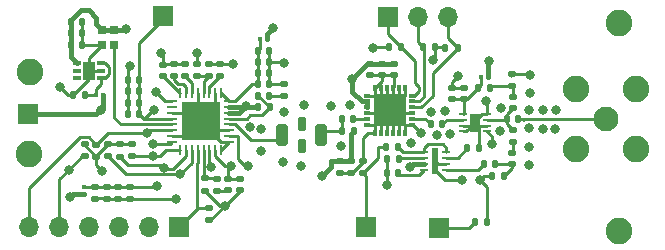
<source format=gbr>
%TF.GenerationSoftware,KiCad,Pcbnew,(7.0.0)*%
%TF.CreationDate,2023-03-06T00:02:43-06:00*%
%TF.ProjectId,RF Signal Source,52462053-6967-46e6-916c-20536f757263,rev?*%
%TF.SameCoordinates,Original*%
%TF.FileFunction,Copper,L1,Top*%
%TF.FilePolarity,Positive*%
%FSLAX46Y46*%
G04 Gerber Fmt 4.6, Leading zero omitted, Abs format (unit mm)*
G04 Created by KiCad (PCBNEW (7.0.0)) date 2023-03-06 00:02:43*
%MOMM*%
%LPD*%
G01*
G04 APERTURE LIST*
G04 Aperture macros list*
%AMRoundRect*
0 Rectangle with rounded corners*
0 $1 Rounding radius*
0 $2 $3 $4 $5 $6 $7 $8 $9 X,Y pos of 4 corners*
0 Add a 4 corners polygon primitive as box body*
4,1,4,$2,$3,$4,$5,$6,$7,$8,$9,$2,$3,0*
0 Add four circle primitives for the rounded corners*
1,1,$1+$1,$2,$3*
1,1,$1+$1,$4,$5*
1,1,$1+$1,$6,$7*
1,1,$1+$1,$8,$9*
0 Add four rect primitives between the rounded corners*
20,1,$1+$1,$2,$3,$4,$5,0*
20,1,$1+$1,$4,$5,$6,$7,0*
20,1,$1+$1,$6,$7,$8,$9,0*
20,1,$1+$1,$8,$9,$2,$3,0*%
G04 Aperture macros list end*
%TA.AperFunction,ComponentPad*%
%ADD10C,2.250000*%
%TD*%
%TA.AperFunction,ComponentPad*%
%ADD11C,0.500000*%
%TD*%
%TA.AperFunction,SMDPad,CuDef*%
%ADD12R,3.300000X3.300000*%
%TD*%
%TA.AperFunction,SMDPad,CuDef*%
%ADD13RoundRect,0.062500X0.375000X-0.062500X0.375000X0.062500X-0.375000X0.062500X-0.375000X-0.062500X0*%
%TD*%
%TA.AperFunction,SMDPad,CuDef*%
%ADD14RoundRect,0.062500X0.062500X-0.375000X0.062500X0.375000X-0.062500X0.375000X-0.062500X-0.375000X0*%
%TD*%
%TA.AperFunction,ComponentPad*%
%ADD15R,1.700000X1.700000*%
%TD*%
%TA.AperFunction,ComponentPad*%
%ADD16O,1.700000X1.700000*%
%TD*%
%TA.AperFunction,SMDPad,CuDef*%
%ADD17R,0.380000X0.400000*%
%TD*%
%TA.AperFunction,SMDPad,CuDef*%
%ADD18RoundRect,0.152500X-0.152500X-0.470000X0.152500X-0.470000X0.152500X0.470000X-0.152500X0.470000X0*%
%TD*%
%TA.AperFunction,ComponentPad*%
%ADD19C,0.610000*%
%TD*%
%TA.AperFunction,SMDPad,CuDef*%
%ADD20RoundRect,0.249600X-0.270400X-0.650400X0.270400X-0.650400X0.270400X0.650400X-0.270400X0.650400X0*%
%TD*%
%TA.AperFunction,SMDPad,CuDef*%
%ADD21RoundRect,0.135000X-0.185000X0.135000X-0.185000X-0.135000X0.185000X-0.135000X0.185000X0.135000X0*%
%TD*%
%TA.AperFunction,SMDPad,CuDef*%
%ADD22RoundRect,0.012800X-0.332200X-0.147200X0.332200X-0.147200X0.332200X0.147200X-0.332200X0.147200X0*%
%TD*%
%TA.AperFunction,SMDPad,CuDef*%
%ADD23R,1.000000X1.600000*%
%TD*%
%TA.AperFunction,SMDPad,CuDef*%
%ADD24RoundRect,0.140000X-0.140000X-0.170000X0.140000X-0.170000X0.140000X0.170000X-0.140000X0.170000X0*%
%TD*%
%TA.AperFunction,SMDPad,CuDef*%
%ADD25RoundRect,0.140000X0.140000X0.170000X-0.140000X0.170000X-0.140000X-0.170000X0.140000X-0.170000X0*%
%TD*%
%TA.AperFunction,SMDPad,CuDef*%
%ADD26RoundRect,0.140000X-0.170000X0.140000X-0.170000X-0.140000X0.170000X-0.140000X0.170000X0.140000X0*%
%TD*%
%TA.AperFunction,SMDPad,CuDef*%
%ADD27RoundRect,0.062500X-0.287500X-0.062500X0.287500X-0.062500X0.287500X0.062500X-0.287500X0.062500X0*%
%TD*%
%TA.AperFunction,SMDPad,CuDef*%
%ADD28R,0.900000X1.500000*%
%TD*%
%TA.AperFunction,SMDPad,CuDef*%
%ADD29RoundRect,0.135000X0.185000X-0.135000X0.185000X0.135000X-0.185000X0.135000X-0.185000X-0.135000X0*%
%TD*%
%TA.AperFunction,SMDPad,CuDef*%
%ADD30RoundRect,0.135000X0.135000X0.185000X-0.135000X0.185000X-0.135000X-0.185000X0.135000X-0.185000X0*%
%TD*%
%TA.AperFunction,SMDPad,CuDef*%
%ADD31RoundRect,0.140000X0.170000X-0.140000X0.170000X0.140000X-0.170000X0.140000X-0.170000X-0.140000X0*%
%TD*%
%TA.AperFunction,SMDPad,CuDef*%
%ADD32RoundRect,0.135000X-0.135000X-0.185000X0.135000X-0.185000X0.135000X0.185000X-0.135000X0.185000X0*%
%TD*%
%TA.AperFunction,SMDPad,CuDef*%
%ADD33R,0.650000X0.750000*%
%TD*%
%TA.AperFunction,ComponentPad*%
%ADD34C,2.100000*%
%TD*%
%TA.AperFunction,SMDPad,CuDef*%
%ADD35R,0.400000X0.380000*%
%TD*%
%TA.AperFunction,SMDPad,CuDef*%
%ADD36RoundRect,0.147500X-0.172500X0.147500X-0.172500X-0.147500X0.172500X-0.147500X0.172500X0.147500X0*%
%TD*%
%TA.AperFunction,SMDPad,CuDef*%
%ADD37R,0.610000X2.200000*%
%TD*%
%TA.AperFunction,SMDPad,CuDef*%
%ADD38R,0.700000X0.250000*%
%TD*%
%TA.AperFunction,SMDPad,CuDef*%
%ADD39R,0.600000X0.300000*%
%TD*%
%TA.AperFunction,SMDPad,CuDef*%
%ADD40R,0.300000X0.600000*%
%TD*%
%TA.AperFunction,SMDPad,CuDef*%
%ADD41R,2.750000X2.750000*%
%TD*%
%TA.AperFunction,ViaPad*%
%ADD42C,0.800000*%
%TD*%
%TA.AperFunction,Conductor*%
%ADD43C,0.400000*%
%TD*%
%TA.AperFunction,Conductor*%
%ADD44C,0.250000*%
%TD*%
G04 APERTURE END LIST*
D10*
%TO.P,,S4*%
%TO.N,GND*%
X149288016Y-83966640D03*
%TD*%
%TO.P,,S4*%
%TO.N,GND*%
X149252267Y-90901942D03*
%TD*%
%TO.P,,S4*%
%TO.N,GND*%
X199209993Y-97431249D03*
%TD*%
%TO.P,,S4*%
%TO.N,GND*%
X199209993Y-79842751D03*
%TD*%
D11*
%TO.P,U2,33,EP*%
%TO.N,GND*%
X164770367Y-87177500D03*
X163770367Y-87177500D03*
X162770367Y-87177500D03*
X164770367Y-88177500D03*
D12*
X163770366Y-88177499D03*
D11*
X163770367Y-88177500D03*
X162770367Y-88177500D03*
X164770367Y-89177500D03*
X163770367Y-89177500D03*
X162770367Y-89177500D03*
D13*
%TO.P,U2,32,VCC_SD*%
%TO.N,MCU3V3*%
X161332867Y-89927500D03*
%TO.P,U2,31,GND_SD*%
%TO.N,GND*%
X161332867Y-89427500D03*
%TO.P,U2,30,MUX*%
%TO.N,MAXMUX*%
X161332867Y-88927500D03*
%TO.P,U2,29,REF_IN*%
%TO.N,MAXCLKREF*%
X161332867Y-88427500D03*
%TO.P,U2,28,VCC_DIG*%
%TO.N,MCU3V3*%
X161332867Y-87927500D03*
%TO.P,U2,27,GND_DIG*%
%TO.N,GND*%
X161332867Y-87427500D03*
%TO.P,U2,26,RFOUT_EN*%
%TO.N,RFOUT_EN*%
X161332867Y-86927500D03*
%TO.P,U2,25,LD*%
%TO.N,MAXLD*%
X161332867Y-86427500D03*
D14*
%TO.P,U2,24,REG*%
%TO.N,Net-(U2-REG)*%
X162020367Y-85740000D03*
%TO.P,U2,23,BIAS_FILT*%
%TO.N,Net-(U2-BIAS_FILT)*%
X162520367Y-85740000D03*
%TO.P,U2,22,RSET*%
%TO.N,Net-(U2-RSET)*%
X163020367Y-85740000D03*
%TO.P,U2,21,GND_TUNE*%
%TO.N,GND*%
X163520367Y-85740000D03*
%TO.P,U2,20,TUNE*%
%TO.N,TUNE*%
X164020367Y-85740000D03*
%TO.P,U2,19,NOISE_FILT*%
%TO.N,Net-(U2-NOISE_FILT)*%
X164520367Y-85740000D03*
%TO.P,U2,18,GND_VCO*%
%TO.N,GND*%
X165020367Y-85740000D03*
%TO.P,U2,17,VCC_VCO*%
%TO.N,VCC_RF*%
X165520367Y-85740000D03*
D13*
%TO.P,U2,16,VCC_RF*%
X166207867Y-86427500D03*
%TO.P,U2,15,RFOUTB_N*%
%TO.N,3V3*%
X166207867Y-86927500D03*
%TO.P,U2,14,RFOUTB_P*%
X166207867Y-87427500D03*
%TO.P,U2,13,RFOUTA_N*%
%TO.N,RFOUTA_NEG*%
X166207867Y-87927500D03*
%TO.P,U2,12,RFOUTA_P*%
%TO.N,RFOUTA_POS*%
X166207867Y-88427500D03*
%TO.P,U2,11,GND_RF*%
%TO.N,GND*%
X166207867Y-88927500D03*
%TO.P,U2,10,VCC_PLL*%
%TO.N,VCC_CP*%
X166207867Y-89427500D03*
%TO.P,U2,9,GND_PLL*%
%TO.N,GND*%
X166207867Y-89927500D03*
D14*
%TO.P,U2,8,GND_CP*%
X165520367Y-90615000D03*
%TO.P,U2,7,CP_OUT*%
%TO.N,CP_OUT*%
X165020367Y-90615000D03*
%TO.P,U2,6,VCC_CP*%
%TO.N,VCC_CP*%
X164520367Y-90615000D03*
%TO.P,U2,5,SW*%
%TO.N,SW*%
X164020367Y-90615000D03*
%TO.P,U2,4,CE*%
%TO.N,MAXCE*%
X163520367Y-90615000D03*
%TO.P,U2,3,LE*%
%TO.N,MAXLE*%
X163020367Y-90615000D03*
%TO.P,U2,2,DATA*%
%TO.N,MAXDATA*%
X162520367Y-90615000D03*
%TO.P,U2,1,CLK*%
%TO.N,MAXCLK*%
X162020367Y-90615000D03*
%TD*%
D15*
%TO.P,J3,1,Pin_1*%
%TO.N,MCU3V3*%
X160568785Y-79249124D03*
%TD*%
%TO.P,J8,1,Pin_1*%
%TO.N,SIGNAL_PWR*%
X177808718Y-97150920D03*
%TD*%
%TO.P,J7,1,Pin_1*%
%TO.N,AMP_PWRDWN*%
X183920627Y-97160140D03*
%TD*%
%TO.P,J4,1,Pin_1*%
%TO.N,5V*%
X149154436Y-87556971D03*
%TD*%
%TO.P,J6,1,Pin_1*%
%TO.N,ATTENDATA*%
X179651367Y-79307067D03*
D16*
%TO.P,J6,2,Pin_2*%
%TO.N,ATTENCLK*%
X182191367Y-79307067D03*
%TO.P,J6,3,Pin_3*%
%TO.N,ATTENLE*%
X184731367Y-79307067D03*
%TD*%
%TO.P,J5,6,Pin_6*%
%TO.N,MAXMUX*%
X149266769Y-97128697D03*
%TO.P,J5,5,Pin_5*%
%TO.N,MAXLD*%
X151806769Y-97128697D03*
%TO.P,J5,4,Pin_4*%
%TO.N,MAXCLK*%
X154346769Y-97128697D03*
%TO.P,J5,3,Pin_3*%
%TO.N,MAXDATA*%
X156886769Y-97128697D03*
%TO.P,J5,2,Pin_2*%
%TO.N,MAXLE*%
X159426769Y-97128697D03*
D15*
%TO.P,J5,1,Pin_1*%
%TO.N,MAXCE*%
X161966769Y-97128697D03*
%TD*%
D17*
%TO.P,FB4,1*%
%TO.N,5V*%
X188091043Y-84373067D03*
%TO.P,FB4,2*%
%TO.N,Net-(U4-VCC)*%
X187529043Y-84373067D03*
%TD*%
D18*
%TO.P,FL1,4,GND*%
%TO.N,GND*%
X172315169Y-88397199D03*
D19*
X172315169Y-88219699D03*
D20*
%TO.P,FL1,3,OUT*%
%TO.N,FILTOUT*%
X173940169Y-89324699D03*
D19*
%TO.P,FL1,2,GND*%
%TO.N,GND*%
X172315169Y-90429699D03*
D18*
X172315169Y-90252199D03*
D20*
%TO.P,FL1,1,IN*%
%TO.N,RFOUTA_POS*%
X170690169Y-89324699D03*
%TD*%
D21*
%TO.P,R8,1*%
%TO.N,SW*%
X165124941Y-93008636D03*
%TO.P,R8,2*%
%TO.N,Net-(C10-Pad1)*%
X165124941Y-94028636D03*
%TD*%
D22*
%TO.P,U5,1,OUT*%
%TO.N,3V3*%
X153310209Y-83220311D03*
%TO.P,U5,2,NC*%
%TO.N,unconnected-(U5-NC-Pad2)*%
X153310209Y-83870311D03*
%TO.P,U5,3,PG*%
%TO.N,unconnected-(U5-PG-Pad3)*%
X153310209Y-84520311D03*
%TO.P,U5,4,EN*%
%TO.N,Net-(U5-EN)*%
X155350209Y-84520311D03*
%TO.P,U5,5,GND*%
%TO.N,GND*%
X155350209Y-83870311D03*
%TO.P,U5,6,IN*%
%TO.N,Net-(U5-EN)*%
X155350209Y-83220311D03*
D23*
%TO.P,U5,7,EXP*%
%TO.N,GND*%
X154330208Y-83870310D03*
%TD*%
D17*
%TO.P,FB5,1*%
%TO.N,5V*%
X155465338Y-85928261D03*
%TO.P,FB5,2*%
%TO.N,Net-(U5-EN)*%
X154903338Y-85928261D03*
%TD*%
D24*
%TO.P,C41,1*%
%TO.N,3V3*%
X152778387Y-81726012D03*
%TO.P,C41,2*%
%TO.N,GND*%
X153738387Y-81726012D03*
%TD*%
D25*
%TO.P,C20,1*%
%TO.N,Net-(U5-EN)*%
X153942205Y-85957044D03*
%TO.P,C20,2*%
%TO.N,GND*%
X152982205Y-85957044D03*
%TD*%
D26*
%TO.P,C8,1*%
%TO.N,GND*%
X160566751Y-83356556D03*
%TO.P,C8,2*%
%TO.N,Net-(U2-REG)*%
X160566751Y-84316556D03*
%TD*%
D27*
%TO.P,U4,1,VCC*%
%TO.N,Net-(U4-VCC)*%
X185992619Y-87522074D03*
%TO.P,U4,2,RFIN*%
%TO.N,ATTENOUT*%
X185992619Y-88022074D03*
%TO.P,U4,3,NC*%
%TO.N,GND*%
X185992619Y-88522074D03*
%TO.P,U4,4,NC*%
X185992619Y-89022074D03*
%TO.P,U4,5,PWDN*%
%TO.N,AMP_PWRDWN*%
X187992619Y-89022074D03*
%TO.P,U4,6,NC*%
%TO.N,GND*%
X187992619Y-88522074D03*
%TO.P,U4,7,RFOUT*%
%TO.N,Net-(U4-RFOUT)*%
X187992619Y-88022074D03*
%TO.P,U4,8,NC*%
%TO.N,GND*%
X187992619Y-87522074D03*
D28*
%TO.P,U4,9,EP*%
X186992618Y-88272073D03*
%TD*%
D29*
%TO.P,R23,1*%
%TO.N,SIGNAL_PWR*%
X177477321Y-92550030D03*
%TO.P,R23,2*%
%TO.N,GND*%
X177477321Y-91530030D03*
%TD*%
D30*
%TO.P,R12,1*%
%TO.N,3V3*%
X176732609Y-88987254D03*
%TO.P,R12,2*%
%TO.N,FILTOUT*%
X175712609Y-88987254D03*
%TD*%
D21*
%TO.P,R1,1*%
%TO.N,Net-(U4-RFOUT)*%
X190180441Y-88910233D03*
%TO.P,R1,2*%
%TO.N,Net-(C34-Pad1)*%
X190180441Y-89930233D03*
%TD*%
D30*
%TO.P,R7,2*%
%TO.N,GND*%
X179523768Y-91364479D03*
%TO.P,R7,1*%
%TO.N,Net-(U1-TADJ)*%
X180543768Y-91364479D03*
%TD*%
D29*
%TO.P,R10,2*%
%TO.N,GND*%
X157945994Y-90114774D03*
%TO.P,R10,1*%
%TO.N,MAXCLK*%
X157945994Y-91134774D03*
%TD*%
D31*
%TO.P,C4,1*%
%TO.N,GND*%
X175553835Y-92501026D03*
%TO.P,C4,2*%
%TO.N,3V3*%
X175553835Y-91541026D03*
%TD*%
D30*
%TO.P,R19,2*%
%TO.N,GND*%
X184503700Y-81931830D03*
%TO.P,R19,1*%
%TO.N,ATTENLE*%
X185523700Y-81931830D03*
%TD*%
D31*
%TO.P,C10,1*%
%TO.N,Net-(C10-Pad1)*%
X166114916Y-94002309D03*
%TO.P,C10,2*%
%TO.N,CP_OUT*%
X166114916Y-93042309D03*
%TD*%
D24*
%TO.P,C15,1*%
%TO.N,GND*%
X157609515Y-84668103D03*
%TO.P,C15,2*%
%TO.N,MCU3V3*%
X158569515Y-84668103D03*
%TD*%
%TO.P,C22,1*%
%TO.N,VCC_RF*%
X168627317Y-84089390D03*
%TO.P,C22,2*%
%TO.N,GND*%
X169587317Y-84089390D03*
%TD*%
D25*
%TO.P,C40,1*%
%TO.N,Net-(C40-Pad1)*%
X169599130Y-85989499D03*
%TO.P,C40,2*%
%TO.N,RFOUTA_NEG*%
X168639130Y-85989499D03*
%TD*%
D26*
%TO.P,C34,1*%
%TO.N,Net-(C34-Pad1)*%
X190173238Y-90824995D03*
%TO.P,C34,2*%
%TO.N,PWR_DETECT*%
X190173238Y-91784995D03*
%TD*%
%TO.P,C27,2*%
%TO.N,GND*%
X157815815Y-94716393D03*
%TO.P,C27,1*%
%TO.N,VCC_CP*%
X157815815Y-93756393D03*
%TD*%
D24*
%TO.P,C21,1*%
%TO.N,VCC_RF*%
X168627317Y-85024893D03*
%TO.P,C21,2*%
%TO.N,GND*%
X169587317Y-85024893D03*
%TD*%
D25*
%TO.P,C2,1*%
%TO.N,PWR_DETECT*%
X188685349Y-91802440D03*
%TO.P,C2,2*%
%TO.N,Net-(U1-INHI)*%
X187725349Y-91802440D03*
%TD*%
D32*
%TO.P,R22,2*%
%TO.N,GND*%
X188026030Y-96679428D03*
%TO.P,R22,1*%
%TO.N,AMP_PWRDWN*%
X187006030Y-96679428D03*
%TD*%
D33*
%TO.P,Y1,1,TRI-STATE*%
%TO.N,3V3*%
X155412332Y-80399495D03*
%TO.P,Y1,2,GND*%
%TO.N,GND*%
X155412332Y-81699495D03*
%TO.P,Y1,3,OUTPUT*%
%TO.N,MAXCLKREF*%
X156412332Y-81699495D03*
%TO.P,Y1,4,VDD*%
%TO.N,3V3*%
X156412332Y-80399495D03*
%TD*%
D21*
%TO.P,R3,2*%
%TO.N,Net-(U2-RSET)*%
X162479190Y-84361329D03*
%TO.P,R3,1*%
%TO.N,GND*%
X162479190Y-83341329D03*
%TD*%
D17*
%TO.P,FB2,1*%
%TO.N,3V3*%
X169385280Y-81199814D03*
%TO.P,FB2,2*%
%TO.N,VCC_RF*%
X168823280Y-81199814D03*
%TD*%
D31*
%TO.P,C32,2*%
%TO.N,3V3*%
X179098184Y-83299225D03*
%TO.P,C32,1*%
%TO.N,GND*%
X179098184Y-84259225D03*
%TD*%
D25*
%TO.P,C6,1*%
%TO.N,GND*%
X153723763Y-79718489D03*
%TO.P,C6,2*%
%TO.N,3V3*%
X152763763Y-79718489D03*
%TD*%
D34*
%TO.P,J1,1,In*%
%TO.N,Net-(J1-In)*%
X198120000Y-87973684D03*
D10*
%TO.P,J1,S1*%
%TO.N,GND*%
X195570000Y-90523684D03*
%TO.P,J1,S2*%
X200670000Y-90523684D03*
%TO.P,J1,S3*%
X200670000Y-85423684D03*
%TO.P,J1,S4*%
X195570000Y-85423684D03*
%TD*%
D32*
%TO.P,R15,1*%
%TO.N,3V3*%
X168624489Y-86983298D03*
%TO.P,R15,2*%
%TO.N,RFOUTA_NEG*%
X169644489Y-86983298D03*
%TD*%
D25*
%TO.P,C37,1*%
%TO.N,Net-(J1-In)*%
X190629787Y-88004704D03*
%TO.P,C37,2*%
%TO.N,Net-(U4-RFOUT)*%
X189669787Y-88004704D03*
%TD*%
D31*
%TO.P,C35,1*%
%TO.N,Net-(U4-VCC)*%
X185096396Y-86317960D03*
%TO.P,C35,2*%
%TO.N,GND*%
X185096396Y-85357960D03*
%TD*%
D24*
%TO.P,C39,1*%
%TO.N,3V3*%
X152790322Y-80696979D03*
%TO.P,C39,2*%
%TO.N,GND*%
X153750322Y-80696979D03*
%TD*%
D29*
%TO.P,R14,1*%
%TO.N,Net-(C40-Pad1)*%
X170843317Y-86009823D03*
%TO.P,R14,2*%
%TO.N,GND*%
X170843317Y-84989823D03*
%TD*%
D31*
%TO.P,C29,2*%
%TO.N,3V3*%
X180118321Y-83309931D03*
%TO.P,C29,1*%
%TO.N,GND*%
X180118321Y-84269931D03*
%TD*%
D26*
%TO.P,C9,1*%
%TO.N,GND*%
X161538960Y-83350160D03*
%TO.P,C9,2*%
%TO.N,Net-(U2-BIAS_FILT)*%
X161538960Y-84310160D03*
%TD*%
D29*
%TO.P,R11,1*%
%TO.N,MAXDATA*%
X156928744Y-91144651D03*
%TO.P,R11,2*%
%TO.N,GND*%
X156928744Y-90124651D03*
%TD*%
D32*
%TO.P,R2,1*%
%TO.N,Net-(U4-VCC)*%
X187270097Y-85354095D03*
%TO.P,R2,2*%
%TO.N,Net-(C36-Pad1)*%
X188290097Y-85354095D03*
%TD*%
D35*
%TO.P,FB3,2*%
%TO.N,VCC_CP*%
X153869075Y-93725505D03*
%TO.P,FB3,1*%
%TO.N,3V3*%
X153869075Y-94287505D03*
%TD*%
D31*
%TO.P,C5,1*%
%TO.N,GND*%
X176513667Y-92500769D03*
%TO.P,C5,2*%
%TO.N,3V3*%
X176513667Y-91540769D03*
%TD*%
D21*
%TO.P,R4,2*%
%TO.N,GND*%
X164454753Y-96500247D03*
%TO.P,R4,1*%
%TO.N,MAXCE*%
X164454753Y-95480247D03*
%TD*%
D26*
%TO.P,C11,1*%
%TO.N,CP_OUT*%
X167068896Y-93047130D03*
%TO.P,C11,2*%
%TO.N,GND*%
X167068896Y-94007130D03*
%TD*%
D29*
%TO.P,R16,1*%
%TO.N,MAXLD*%
X153946127Y-91134774D03*
%TO.P,R16,2*%
%TO.N,GND*%
X153946127Y-90114774D03*
%TD*%
D26*
%TO.P,C24,2*%
%TO.N,GND*%
X156797835Y-94723955D03*
%TO.P,C24,1*%
%TO.N,VCC_CP*%
X156797835Y-93763955D03*
%TD*%
D32*
%TO.P,R20,2*%
%TO.N,GND*%
X183633780Y-81902201D03*
%TO.P,R20,1*%
%TO.N,ATTENCLK*%
X182613780Y-81902201D03*
%TD*%
D21*
%TO.P,R17,2*%
%TO.N,GND*%
X154943624Y-91157276D03*
%TO.P,R17,1*%
%TO.N,MAXMUX*%
X154943624Y-90137276D03*
%TD*%
D30*
%TO.P,R13,1*%
%TO.N,PWR_DETECT*%
X189470833Y-92834509D03*
%TO.P,R13,2*%
%TO.N,GND*%
X188450833Y-92834509D03*
%TD*%
D25*
%TO.P,C18,1*%
%TO.N,MCU3V3*%
X158576493Y-85621124D03*
%TO.P,C18,2*%
%TO.N,GND*%
X157616493Y-85621124D03*
%TD*%
D30*
%TO.P,R21,2*%
%TO.N,GND*%
X179726299Y-81894138D03*
%TO.P,R21,1*%
%TO.N,ATTENDATA*%
X180746299Y-81894138D03*
%TD*%
D31*
%TO.P,C36,1*%
%TO.N,Net-(C36-Pad1)*%
X190176531Y-85142759D03*
%TO.P,C36,2*%
%TO.N,GND*%
X190176531Y-84182759D03*
%TD*%
D26*
%TO.P,C28,2*%
%TO.N,GND*%
X154804079Y-94710134D03*
%TO.P,C28,1*%
%TO.N,VCC_CP*%
X154804079Y-93750134D03*
%TD*%
D24*
%TO.P,C26,1*%
%TO.N,VCC_RF*%
X168618605Y-82176939D03*
%TO.P,C26,2*%
%TO.N,GND*%
X169578605Y-82176939D03*
%TD*%
D25*
%TO.P,C16,1*%
%TO.N,MCU3V3*%
X158574048Y-86593329D03*
%TO.P,C16,2*%
%TO.N,GND*%
X157614048Y-86593329D03*
%TD*%
D21*
%TO.P,R5,1*%
%TO.N,SW*%
X164123069Y-93003315D03*
%TO.P,R5,2*%
%TO.N,GND*%
X164123069Y-94023315D03*
%TD*%
D30*
%TO.P,R6,1*%
%TO.N,Net-(U1-VOUT)*%
X180513442Y-90351800D03*
%TO.P,R6,2*%
%TO.N,SIGNAL_PWR*%
X179493442Y-90351800D03*
%TD*%
D24*
%TO.P,C1,1*%
%TO.N,Net-(U1-CLPF)*%
X186345151Y-90446643D03*
%TO.P,C1,2*%
%TO.N,GND*%
X187305151Y-90446643D03*
%TD*%
D36*
%TO.P,L1,1,1*%
%TO.N,Net-(C36-Pad1)*%
X190189440Y-86080442D03*
%TO.P,L1,2,2*%
%TO.N,Net-(U4-RFOUT)*%
X190189440Y-87050442D03*
%TD*%
D24*
%TO.P,C30,1*%
%TO.N,FILTOUT*%
X175729223Y-88006085D03*
%TO.P,C30,2*%
%TO.N,Net-(IC1-RFIN)*%
X176689223Y-88006085D03*
%TD*%
D37*
%TO.P,U1,9,EP*%
%TO.N,GND*%
X183636789Y-91518718D03*
D38*
%TO.P,U1,8,INLO*%
%TO.N,Net-(U1-INLO)*%
X182711789Y-92268718D03*
%TO.P,U1,7,VPOS*%
%TO.N,3V3*%
X182711789Y-91768718D03*
%TO.P,U1,6,TADJ*%
%TO.N,Net-(U1-TADJ)*%
X182711789Y-91268718D03*
%TO.P,U1,5,VOUT*%
%TO.N,Net-(U1-VOUT)*%
X182711789Y-90768718D03*
%TO.P,U1,4,VSET*%
X184561789Y-90768718D03*
%TO.P,U1,3,CLPF*%
%TO.N,Net-(U1-CLPF)*%
X184561789Y-91268718D03*
%TO.P,U1,2,GND*%
%TO.N,GND*%
X184561789Y-91768718D03*
%TO.P,U1,1,INHI*%
%TO.N,Net-(U1-INHI)*%
X184561789Y-92268718D03*
%TD*%
D29*
%TO.P,R18,2*%
%TO.N,GND*%
X155923182Y-90121358D03*
%TO.P,R18,1*%
%TO.N,MAXLE*%
X155923182Y-91141358D03*
%TD*%
%TO.P,R9,2*%
%TO.N,CP_OUT*%
X163481281Y-83347824D03*
%TO.P,R9,1*%
%TO.N,TUNE*%
X163481281Y-84367824D03*
%TD*%
D26*
%TO.P,C31,1*%
%TO.N,GND*%
X186092721Y-85355965D03*
%TO.P,C31,2*%
%TO.N,Net-(U4-VCC)*%
X186092721Y-86315965D03*
%TD*%
%TO.P,C23,2*%
%TO.N,GND*%
X155808453Y-94714687D03*
%TO.P,C23,1*%
%TO.N,VCC_CP*%
X155808453Y-93754687D03*
%TD*%
D31*
%TO.P,C12,1*%
%TO.N,TUNE*%
X164467784Y-84313743D03*
%TO.P,C12,2*%
%TO.N,GND*%
X164467784Y-83353743D03*
%TD*%
D25*
%TO.P,C17,2*%
%TO.N,GND*%
X157624926Y-87561466D03*
%TO.P,C17,1*%
%TO.N,MCU3V3*%
X158584926Y-87561466D03*
%TD*%
D26*
%TO.P,C33,2*%
%TO.N,GND*%
X178144168Y-84260486D03*
%TO.P,C33,1*%
%TO.N,3V3*%
X178144168Y-83300486D03*
%TD*%
D39*
%TO.P,IC1,1,C0.25*%
%TO.N,GND*%
X177883024Y-85982573D03*
%TO.P,IC1,2,VDD*%
%TO.N,3V3*%
X177883024Y-86482573D03*
%TO.P,IC1,3,P/S*%
X177883024Y-86982573D03*
%TO.P,IC1,4,GND@1*%
%TO.N,GND*%
X177883024Y-87482573D03*
%TO.P,IC1,5,RFIN*%
%TO.N,Net-(IC1-RFIN)*%
X177883024Y-87982573D03*
%TO.P,IC1,6,GND@2*%
%TO.N,GND*%
X177883024Y-88482573D03*
D40*
%TO.P,IC1,7,GND@3*%
X178533024Y-89132573D03*
%TO.P,IC1,8,EP*%
X179033024Y-89132573D03*
%TO.P,IC1,9,GND@4*%
X179533024Y-89132573D03*
%TO.P,IC1,10,GND@5*%
X180033024Y-89132573D03*
%TO.P,IC1,11,GND@6*%
X180533024Y-89132573D03*
%TO.P,IC1,12,GND@7*%
X181033024Y-89132573D03*
D39*
%TO.P,IC1,13,GND@8*%
X181683024Y-88482573D03*
%TO.P,IC1,14,RFOUT*%
%TO.N,Net-(IC1-RFOUT)*%
X181683024Y-87982573D03*
%TO.P,IC1,15,GND@9*%
%TO.N,GND*%
X181683024Y-87482573D03*
%TO.P,IC1,16,LE*%
%TO.N,ATTENLE*%
X181683024Y-86982573D03*
%TO.P,IC1,17,CLK*%
%TO.N,ATTENCLK*%
X181683024Y-86482573D03*
%TO.P,IC1,18,SI*%
%TO.N,ATTENDATA*%
X181683024Y-85982573D03*
D40*
%TO.P,IC1,19,C16*%
%TO.N,GND*%
X181033024Y-85332573D03*
%TO.P,IC1,20,C8*%
X180533024Y-85332573D03*
%TO.P,IC1,21,C4*%
X180033024Y-85332573D03*
%TO.P,IC1,22,C2*%
X179533024Y-85332573D03*
%TO.P,IC1,23,C1*%
X179033024Y-85332573D03*
%TO.P,IC1,24,C0.5*%
X178533024Y-85332573D03*
D41*
%TO.P,IC1,EXP,GND@10*%
X179783024Y-87232573D03*
%TD*%
D24*
%TO.P,C3,1*%
%TO.N,GND*%
X179509467Y-92549045D03*
%TO.P,C3,2*%
%TO.N,Net-(U1-INLO)*%
X180469467Y-92549045D03*
%TD*%
D26*
%TO.P,C7,1*%
%TO.N,GND*%
X165436723Y-83347905D03*
%TO.P,C7,2*%
%TO.N,Net-(U2-NOISE_FILT)*%
X165436723Y-84307905D03*
%TD*%
D24*
%TO.P,C25,1*%
%TO.N,VCC_RF*%
X168624619Y-83143008D03*
%TO.P,C25,2*%
%TO.N,GND*%
X169584619Y-83143008D03*
%TD*%
%TO.P,C38,1*%
%TO.N,Net-(IC1-RFOUT)*%
X183241530Y-88419001D03*
%TO.P,C38,2*%
%TO.N,ATTENOUT*%
X184201530Y-88419001D03*
%TD*%
D42*
%TO.N,GND*%
X179383189Y-87833184D03*
X180294437Y-87833184D03*
X180294437Y-86732092D03*
X179413564Y-86716905D03*
%TO.N,3V3*%
X152678022Y-94536872D03*
%TO.N,GND*%
X161689252Y-94739373D03*
%TO.N,VCC_CP*%
X160049005Y-93676250D03*
%TO.N,MCU3V3*%
X159723000Y-90095247D03*
X159853500Y-87169998D03*
%TO.N,GND*%
X191604991Y-91831180D03*
X191604991Y-90312434D03*
X184420689Y-87296761D03*
%TO.N,3V3*%
X169883713Y-80282502D03*
%TO.N,5V*%
X188177276Y-83029902D03*
%TO.N,GND*%
X191650553Y-84283010D03*
X191635366Y-85725819D03*
%TO.N,VCC_CP*%
X167784851Y-91910766D03*
%TO.N,CP_OUT*%
X166331234Y-91953563D03*
%TO.N,VCC_CP*%
X164668860Y-92011601D03*
%TO.N,GND*%
X175689615Y-90247447D03*
X172252692Y-91928872D03*
X170712002Y-91573328D03*
X170800888Y-87351246D03*
X172534164Y-86758674D03*
X174800756Y-86832745D03*
X176459960Y-86817931D03*
X178351588Y-81963271D03*
X183433068Y-82957643D03*
X183271923Y-87360623D03*
%TO.N,MAXLD*%
X152609213Y-92251662D03*
%TO.N,GND*%
X155438998Y-92376021D03*
%TO.N,MAXMUX*%
X159216751Y-89177249D03*
%TO.N,MAXCLK*%
X159743465Y-91130545D03*
%TO.N,5V*%
X155305042Y-87168280D03*
%TO.N,GND*%
X166481252Y-83290863D03*
%TO.N,CP_OUT*%
X163491974Y-82342540D03*
%TO.N,GND*%
X179550044Y-93588615D03*
X165801041Y-95297938D03*
X157814755Y-83523713D03*
X160385320Y-82368081D03*
X189142540Y-88957565D03*
X189161728Y-87000353D03*
X167961724Y-88650551D03*
X168914746Y-88778473D03*
X168889161Y-90665328D03*
%TO.N,3V3*%
X157479999Y-80346908D03*
%TO.N,GND*%
X193802504Y-88777499D03*
X193845678Y-87208851D03*
X192723159Y-88791890D03*
X192766333Y-87208851D03*
X191600640Y-88763108D03*
X191615032Y-87223243D03*
X185573506Y-84338826D03*
%TO.N,3V3*%
X176569815Y-84579373D03*
X174035088Y-92806648D03*
%TO.N,GND*%
X185899708Y-93166210D03*
X187460361Y-93172606D03*
X170803621Y-83205972D03*
X151896189Y-85285452D03*
X182419479Y-89185693D03*
X184918229Y-89241126D03*
X183749871Y-89305087D03*
%TO.N,*%
X181541728Y-89968151D03*
X181541728Y-89968151D03*
%TO.N,GND*%
X187930151Y-86479394D03*
%TO.N,AMP_PWRDWN*%
X188449768Y-90072829D03*
%TO.N,3V3*%
X181505055Y-91994715D03*
X167592029Y-86858897D03*
%TO.N,MAXLD*%
X159957117Y-85670477D03*
%TO.N,MAXLE*%
X162065457Y-92666113D03*
%TO.N,MAXDATA*%
X160638909Y-92131335D03*
%TD*%
D43*
%TO.N,3V3*%
X176489615Y-91516717D02*
X176489615Y-89230248D01*
X176513667Y-91540769D02*
X176489615Y-91516717D01*
X176489615Y-89230248D02*
X176732609Y-88987254D01*
X152763763Y-79604814D02*
X152763763Y-79718489D01*
X154940000Y-79927163D02*
X154940000Y-79390926D01*
X154289074Y-78740000D02*
X153628577Y-78740000D01*
X153628577Y-78740000D02*
X152763763Y-79604814D01*
X155412333Y-80399496D02*
X154940000Y-79927163D01*
X154940000Y-79390926D02*
X154289074Y-78740000D01*
D44*
%TO.N,GND*%
X179383189Y-87632410D02*
X179783025Y-87232574D01*
X179383189Y-87833184D02*
X179383189Y-87632410D01*
X179182415Y-87833184D02*
X179383189Y-87833184D01*
X180294437Y-87743986D02*
X179783025Y-87232574D01*
X180294437Y-87833184D02*
X180294437Y-87743986D01*
X180383635Y-87833184D02*
X180294437Y-87833184D01*
X180283507Y-86732092D02*
X179783025Y-87232574D01*
X180294437Y-86732092D02*
X180283507Y-86732092D01*
X180294437Y-86721162D02*
X180294437Y-86732092D01*
X179413564Y-86863113D02*
X179783025Y-87232574D01*
X179413564Y-86716905D02*
X179413564Y-86863113D01*
X179267356Y-86716905D02*
X179413564Y-86716905D01*
D43*
%TO.N,3V3*%
X174815096Y-92026640D02*
X174035088Y-92806648D01*
X174815096Y-91541026D02*
X174815096Y-92026640D01*
X176569815Y-85657170D02*
X176569815Y-84579373D01*
X177395219Y-86482574D02*
X176569815Y-85657170D01*
X177883025Y-86482574D02*
X177395219Y-86482574D01*
X177848702Y-83300486D02*
X176569815Y-84579373D01*
X178144168Y-83300486D02*
X177848702Y-83300486D01*
D44*
%TO.N,VCC_CP*%
X154779451Y-93725506D02*
X154804079Y-93750134D01*
X153869076Y-93725506D02*
X154779451Y-93725506D01*
D43*
%TO.N,3V3*%
X153869076Y-94287506D02*
X152927388Y-94287506D01*
X152927388Y-94287506D02*
X152678022Y-94536872D01*
D44*
%TO.N,GND*%
X157838795Y-94739373D02*
X161689252Y-94739373D01*
X157815815Y-94716393D02*
X157838795Y-94739373D01*
%TO.N,VCC_CP*%
X159968862Y-93756393D02*
X160049005Y-93676250D01*
X157815815Y-93756393D02*
X159968862Y-93756393D01*
%TO.N,GND*%
X191550302Y-84182759D02*
X191650553Y-84283010D01*
X190176531Y-84182759D02*
X191550302Y-84182759D01*
%TO.N,MCU3V3*%
X161165120Y-90095247D02*
X161332867Y-89927500D01*
X159723000Y-90095247D02*
X161165120Y-90095247D01*
%TO.N,MAXMUX*%
X155896753Y-89177249D02*
X159216751Y-89177249D01*
X154943624Y-90130378D02*
X155896753Y-89177249D01*
X154943624Y-90137276D02*
X154943624Y-90130378D01*
X159466500Y-88927500D02*
X159216751Y-89177249D01*
X161332867Y-88927500D02*
X159466500Y-88927500D01*
%TO.N,MCU3V3*%
X159708462Y-87169998D02*
X158950960Y-87927500D01*
X159853500Y-87169998D02*
X159708462Y-87169998D01*
D43*
%TO.N,5V*%
X188091044Y-83116134D02*
X188177276Y-83029902D01*
X188091044Y-84373068D02*
X188091044Y-83116134D01*
D44*
%TO.N,CP_OUT*%
X166114916Y-93042309D02*
X166114916Y-92169881D01*
X166114916Y-92169881D02*
X166331234Y-91953563D01*
D43*
%TO.N,3V3*%
X169385281Y-81199815D02*
X169385281Y-80780934D01*
X169385281Y-80780934D02*
X169883713Y-80282502D01*
D44*
%TO.N,MAXCLKREF*%
X156470209Y-87844695D02*
X157053014Y-88427500D01*
X156470209Y-81757372D02*
X156470209Y-87844695D01*
X156412333Y-81699496D02*
X156470209Y-81757372D01*
%TO.N,GND*%
X157609515Y-83728953D02*
X157814755Y-83523713D01*
X157609515Y-84668103D02*
X157609515Y-83728953D01*
%TO.N,Net-(U5-EN)*%
X155694129Y-83220311D02*
X155350209Y-83220311D01*
X156020209Y-84157432D02*
X156020209Y-83546391D01*
X155657330Y-84520311D02*
X156020209Y-84157432D01*
X155350209Y-84520311D02*
X155657330Y-84520311D01*
X156020209Y-83546391D02*
X155694129Y-83220311D01*
D43*
%TO.N,3V3*%
X167716430Y-86983298D02*
X167592029Y-86858897D01*
X168624489Y-86983298D02*
X167716430Y-86983298D01*
D44*
%TO.N,RFOUTA_NEG*%
X168999489Y-87628298D02*
X169644489Y-86983298D01*
X167964644Y-87628298D02*
X168999489Y-87628298D01*
X167665442Y-87927500D02*
X167964644Y-87628298D01*
X168639130Y-85997108D02*
X168639130Y-85989499D01*
X169625320Y-86983298D02*
X168639130Y-85997108D01*
X169644489Y-86983298D02*
X169625320Y-86983298D01*
%TO.N,Net-(U4-VCC)*%
X187529044Y-85095148D02*
X187270097Y-85354095D01*
X187529044Y-84373068D02*
X187529044Y-85095148D01*
%TO.N,GND*%
X191618290Y-84182759D02*
X191721525Y-84285994D01*
%TO.N,VCC_CP*%
X154804079Y-93750134D02*
X154951278Y-93602935D01*
X167536553Y-91910766D02*
X167784851Y-91910766D01*
X166970367Y-89466861D02*
X166970367Y-91344580D01*
X166970367Y-91344580D02*
X167536553Y-91910766D01*
X166931006Y-89427500D02*
X166970367Y-89466861D01*
X166207867Y-89427500D02*
X166931006Y-89427500D01*
%TO.N,CP_OUT*%
X165873422Y-91953563D02*
X166331234Y-91953563D01*
X165020367Y-91100508D02*
X165873422Y-91953563D01*
%TO.N,VCC_CP*%
X164520367Y-91863108D02*
X164520367Y-90615000D01*
X164668860Y-92011601D02*
X164520367Y-91863108D01*
%TO.N,SW*%
X164020367Y-92900613D02*
X164123069Y-93003315D01*
X164020367Y-90615000D02*
X164020367Y-92900613D01*
%TO.N,MAXCE*%
X163478069Y-95617399D02*
X163465773Y-95629695D01*
X163478069Y-91725882D02*
X163478069Y-95617399D01*
X163465773Y-95629695D02*
X163615221Y-95480247D01*
X161966770Y-97128698D02*
X163465773Y-95629695D01*
%TO.N,CP_OUT*%
X165020367Y-90615000D02*
X165020367Y-91100508D01*
%TO.N,MAXMUX*%
X154326122Y-89519774D02*
X154943624Y-90137276D01*
X149266770Y-97128698D02*
X149266770Y-93823593D01*
X149266770Y-93823593D02*
X153570589Y-89519774D01*
X153570589Y-89519774D02*
X154326122Y-89519774D01*
%TO.N,MAXLD*%
X151806770Y-93054105D02*
X152609213Y-92251662D01*
X151806770Y-97128698D02*
X151806770Y-93054105D01*
%TO.N,GND*%
X164598732Y-96500247D02*
X165801041Y-95297938D01*
X164454753Y-96500247D02*
X164598732Y-96500247D01*
%TO.N,MAXCE*%
X163520367Y-91683584D02*
X163520367Y-90615000D01*
X163478069Y-91725882D02*
X163520367Y-91683584D01*
X163615221Y-95480247D02*
X164454753Y-95480247D01*
D43*
%TO.N,5V*%
X154916350Y-87556972D02*
X155305042Y-87168280D01*
X149154437Y-87556972D02*
X154916350Y-87556972D01*
D44*
%TO.N,GND*%
X177477321Y-91579492D02*
X177477321Y-91530030D01*
X176556044Y-92500769D02*
X177477321Y-91579492D01*
X176513667Y-92500769D02*
X176556044Y-92500769D01*
%TO.N,VCC_RF*%
X168823281Y-81972263D02*
X168618605Y-82176939D01*
X168823281Y-81199815D02*
X168823281Y-81972263D01*
%TO.N,AMP_PWRDWN*%
X186525317Y-97160141D02*
X183920628Y-97160141D01*
X187006030Y-96679428D02*
X186525317Y-97160141D01*
%TO.N,SIGNAL_PWR*%
X177800000Y-97142202D02*
X177808719Y-97150921D01*
X177800000Y-92872709D02*
X177800000Y-97142202D01*
X177477321Y-92550030D02*
X177800000Y-92872709D01*
%TO.N,GND*%
X179726299Y-81894138D02*
X178420721Y-81894138D01*
X178420721Y-81894138D02*
X178351588Y-81963271D01*
X183633780Y-82756931D02*
X183433068Y-82957643D01*
X183633780Y-81902201D02*
X183633780Y-82756931D01*
%TO.N,ATTENLE*%
X184731368Y-81139498D02*
X184731368Y-79307068D01*
X185523700Y-81931830D02*
X184731368Y-81139498D01*
X183419269Y-84036261D02*
X185523700Y-81931830D01*
X183419269Y-85982726D02*
X183419269Y-84036261D01*
%TO.N,GND*%
X184474071Y-81902201D02*
X184503700Y-81931830D01*
X183633780Y-81902201D02*
X184474071Y-81902201D01*
%TO.N,ATTENCLK*%
X182191368Y-81479789D02*
X182191368Y-79307068D01*
X182613780Y-81902201D02*
X182191368Y-81479789D01*
X182694269Y-86071330D02*
X182694269Y-81982690D01*
X182283025Y-86482574D02*
X182694269Y-86071330D01*
X182694269Y-81982690D02*
X182613780Y-81902201D01*
%TO.N,ATTENDATA*%
X179651368Y-80799207D02*
X179651368Y-79307068D01*
X180746299Y-81894138D02*
X179651368Y-80799207D01*
X181923210Y-83071049D02*
X180746299Y-81894138D01*
X181923210Y-84944543D02*
X181923210Y-83071049D01*
%TO.N,MAXDATA*%
X160363119Y-91855545D02*
X160638909Y-92131335D01*
X157639638Y-91855545D02*
X160363119Y-91855545D01*
X160723687Y-92216113D02*
X160638909Y-92131335D01*
X161404762Y-92216113D02*
X160723687Y-92216113D01*
X162520272Y-91100603D02*
X161404762Y-92216113D01*
X162520367Y-91100603D02*
X162520272Y-91100603D01*
X162520367Y-90615000D02*
X162520367Y-91100603D01*
%TO.N,MAXLE*%
X163020367Y-91711203D02*
X162065457Y-92666113D01*
X163020367Y-90615000D02*
X163020367Y-91711203D01*
X155923182Y-91141358D02*
X157447937Y-92666113D01*
X157447937Y-92666113D02*
X162065457Y-92666113D01*
%TO.N,MAXLD*%
X160714140Y-86427500D02*
X159957117Y-85670477D01*
X161332867Y-86427500D02*
X160714140Y-86427500D01*
%TO.N,GND*%
X181716360Y-88482574D02*
X182419479Y-89185693D01*
X181683025Y-88482574D02*
X181716360Y-88482574D01*
%TO.N,ATTENLE*%
X182419421Y-86982574D02*
X183419269Y-85982726D01*
X181683025Y-86982574D02*
X182419421Y-86982574D01*
%TO.N,GND*%
X165520367Y-89927500D02*
X164770367Y-89177500D01*
X166207867Y-89927500D02*
X165520367Y-89927500D01*
%TO.N,MCU3V3*%
X158569515Y-81513897D02*
X160586236Y-79497176D01*
X158569515Y-84668103D02*
X158569515Y-81513897D01*
X158950960Y-87927500D02*
X158584926Y-87561466D01*
X161332867Y-87927500D02*
X158950960Y-87927500D01*
%TO.N,GND*%
X157624926Y-87561466D02*
X157624926Y-86604207D01*
%TO.N,MCU3V3*%
X158574048Y-86593329D02*
X158574048Y-87550588D01*
%TO.N,MAXLD*%
X153726101Y-91134774D02*
X152609213Y-92251662D01*
X153946127Y-91134774D02*
X153726101Y-91134774D01*
%TO.N,GND*%
X154943624Y-91157276D02*
X154943624Y-91880647D01*
X154943624Y-91880647D02*
X155438998Y-92376021D01*
X156938621Y-90114774D02*
X156928744Y-90124651D01*
X157945994Y-90114774D02*
X156938621Y-90114774D01*
X156925451Y-90121358D02*
X156928744Y-90124651D01*
X155923182Y-90121358D02*
X156925451Y-90121358D01*
X154943624Y-91107814D02*
X155923182Y-90128256D01*
X154943624Y-91157276D02*
X154943624Y-91107814D01*
X155923182Y-90128256D02*
X155923182Y-90121358D01*
X153946127Y-90159779D02*
X154943624Y-91157276D01*
X153946127Y-90114774D02*
X153946127Y-90159779D01*
%TO.N,MAXCLK*%
X157950223Y-91130545D02*
X157945994Y-91134774D01*
X159743465Y-91130545D02*
X157950223Y-91130545D01*
%TO.N,MAXDATA*%
X156928744Y-91144651D02*
X157639638Y-91855545D01*
%TO.N,MAXCLK*%
X160343961Y-91130545D02*
X159743465Y-91130545D01*
X160859506Y-90615000D02*
X160343961Y-91130545D01*
D43*
%TO.N,5V*%
X155465339Y-87007983D02*
X155305042Y-87168280D01*
X155465339Y-85928262D02*
X155465339Y-87007983D01*
D44*
%TO.N,VCC_CP*%
X154837278Y-93740257D02*
X154844887Y-93740257D01*
%TO.N,GND*%
X166424210Y-83347905D02*
X166481252Y-83290863D01*
X165436723Y-83347905D02*
X166424210Y-83347905D01*
%TO.N,CP_OUT*%
X163481281Y-82353233D02*
X163491974Y-82342540D01*
X163481281Y-83347824D02*
X163481281Y-82353233D01*
%TO.N,GND*%
X164473622Y-83347905D02*
X164467784Y-83353743D01*
X165436723Y-83347905D02*
X164473622Y-83347905D01*
%TO.N,Net-(U2-NOISE_FILT)*%
X165436723Y-84312413D02*
X165436723Y-84307905D01*
X164605628Y-85143508D02*
X165436723Y-84312413D01*
X164520367Y-85143508D02*
X164605628Y-85143508D01*
%TO.N,TUNE*%
X164020367Y-84761160D02*
X164020367Y-85740000D01*
X164467784Y-84313743D02*
X164020367Y-84761160D01*
%TO.N,SIGNAL_PWR*%
X178765548Y-91261803D02*
X177477321Y-92550030D01*
X178765548Y-90356529D02*
X178765548Y-91261803D01*
X178770277Y-90351800D02*
X178765548Y-90356529D01*
X179493442Y-90351800D02*
X178770277Y-90351800D01*
%TO.N,GND*%
X179550044Y-92589622D02*
X179509467Y-92549045D01*
X179550044Y-93588615D02*
X179550044Y-92589622D01*
X177477321Y-89588866D02*
X177933613Y-89132574D01*
X177477321Y-91530030D02*
X177477321Y-89588866D01*
X177933613Y-89132574D02*
X178533025Y-89132574D01*
X165397692Y-95297938D02*
X165801041Y-95297938D01*
X164123069Y-94023315D02*
X165397692Y-95297938D01*
X167068896Y-94007130D02*
X167068896Y-94030083D01*
X167068896Y-94030083D02*
X165801041Y-95297938D01*
%TO.N,FILTOUT*%
X174277614Y-88987254D02*
X173940169Y-89324699D01*
X175712609Y-88987254D02*
X174277614Y-88987254D01*
D43*
%TO.N,3V3*%
X176513667Y-91540769D02*
X175554092Y-91540769D01*
X175554092Y-91540769D02*
X175553835Y-91541026D01*
X175553835Y-91541026D02*
X174815096Y-91541026D01*
D44*
%TO.N,GND*%
X179508482Y-92550030D02*
X179509467Y-92549045D01*
%TO.N,SIGNAL_PWR*%
X177428060Y-92500769D02*
X177477321Y-92550030D01*
%TO.N,GND*%
X176513410Y-92501026D02*
X176513667Y-92500769D01*
X175553835Y-92501026D02*
X176513410Y-92501026D01*
%TO.N,ATTENDATA*%
X182244269Y-85265602D02*
X181923210Y-84944543D01*
%TO.N,GND*%
X188026030Y-93738275D02*
X187460361Y-93172606D01*
X188026030Y-96679428D02*
X188026030Y-93738275D01*
X160566751Y-82549512D02*
X160385320Y-82368081D01*
X160566751Y-83356556D02*
X160566751Y-82549512D01*
X160573147Y-83350160D02*
X160566751Y-83356556D01*
X161538960Y-83350160D02*
X160573147Y-83350160D01*
X161547791Y-83341329D02*
X161538960Y-83350160D01*
X162479190Y-83341329D02*
X161547791Y-83341329D01*
%TO.N,Net-(U2-RSET)*%
X163020367Y-84902506D02*
X163020367Y-85740000D01*
X162479190Y-84361329D02*
X163020367Y-84902506D01*
%TO.N,Net-(U2-BIAS_FILT)*%
X162520367Y-85254492D02*
X162520367Y-85740000D01*
X162243375Y-84977500D02*
X162520367Y-85254492D01*
X161864091Y-84977500D02*
X162243375Y-84977500D01*
X161538960Y-84652369D02*
X161864091Y-84977500D01*
X161538960Y-84310160D02*
X161538960Y-84652369D01*
%TO.N,Net-(U2-REG)*%
X161990195Y-85740000D02*
X162020367Y-85740000D01*
X160566751Y-84316556D02*
X161990195Y-85740000D01*
%TO.N,PWR_DETECT*%
X190173238Y-92132104D02*
X189470833Y-92834509D01*
X190173238Y-91784995D02*
X190173238Y-92132104D01*
X190164541Y-91776298D02*
X190173238Y-91784995D01*
X188685349Y-91802440D02*
X188711491Y-91776298D01*
X188711491Y-91776298D02*
X190164541Y-91776298D01*
%TO.N,Net-(C36-Pad1)*%
X190167834Y-85134062D02*
X190176531Y-85142759D01*
X188290097Y-85354095D02*
X188510130Y-85134062D01*
X188510130Y-85134062D02*
X190167834Y-85134062D01*
%TO.N,GND*%
X190020464Y-84338826D02*
X190176531Y-84182759D01*
%TO.N,Net-(U4-RFOUT)*%
X189669787Y-88399579D02*
X189669787Y-88004704D01*
X190180441Y-88910233D02*
X189669787Y-88399579D01*
X189669787Y-87570095D02*
X189669787Y-88004704D01*
X190189440Y-87050442D02*
X189669787Y-87570095D01*
%TO.N,Net-(C10-Pad1)*%
X165124941Y-94028636D02*
X166088589Y-94028636D01*
X166088589Y-94028636D02*
X166114916Y-94002309D01*
%TO.N,GND*%
X190176531Y-84182759D02*
X190011767Y-84347523D01*
D43*
%TO.N,3V3*%
X157427411Y-80399496D02*
X157479999Y-80346908D01*
X156412333Y-80399496D02*
X157427411Y-80399496D01*
D44*
%TO.N,GND*%
X185096396Y-84815936D02*
X185573506Y-84338826D01*
X185096396Y-85357960D02*
X185096396Y-84815936D01*
X186092721Y-85355965D02*
X185098391Y-85355965D01*
X185098391Y-85355965D02*
X185096396Y-85357960D01*
D43*
%TO.N,3V3*%
X178145429Y-83299225D02*
X178144168Y-83300486D01*
X179098184Y-83299225D02*
X178145429Y-83299225D01*
X179108890Y-83309931D02*
X179098184Y-83299225D01*
X180118321Y-83309931D02*
X179108890Y-83309931D01*
X177883025Y-86982574D02*
X177883025Y-86482574D01*
D44*
%TO.N,GND*%
X183886790Y-91768719D02*
X183636790Y-91518719D01*
X184561790Y-91768719D02*
X183886790Y-91768719D01*
X184489281Y-93166210D02*
X185899708Y-93166210D01*
X183636790Y-92313719D02*
X184489281Y-93166210D01*
X183636790Y-91518719D02*
X183636790Y-92313719D01*
X187305151Y-88584606D02*
X186992619Y-88272074D01*
X187305151Y-90446643D02*
X187305151Y-88584606D01*
X187798458Y-92834509D02*
X187460361Y-93172606D01*
X188450833Y-92834509D02*
X187798458Y-92834509D01*
X170740657Y-83143008D02*
X170803621Y-83205972D01*
X169584619Y-83143008D02*
X170740657Y-83143008D01*
X154330209Y-82781620D02*
X154330209Y-83870311D01*
X155412333Y-81699496D02*
X154330209Y-82781620D01*
X152982205Y-85931194D02*
X154330209Y-84583190D01*
X154330209Y-84583190D02*
X154330209Y-83870311D01*
X152982205Y-85957044D02*
X152982205Y-85931194D01*
X152982205Y-85957044D02*
X152567781Y-85957044D01*
X152567781Y-85957044D02*
X151896189Y-85285452D01*
%TO.N,MAXCLKREF*%
X161332867Y-88427500D02*
X157053014Y-88427500D01*
%TO.N,MCU3V3*%
X158574048Y-87550588D02*
X158584926Y-87561466D01*
X158576493Y-86590884D02*
X158574048Y-86593329D01*
X158576493Y-85621124D02*
X158576493Y-86590884D01*
X158569515Y-85614146D02*
X158576493Y-85621124D01*
X158569515Y-84668103D02*
X158569515Y-85614146D01*
%TO.N,ATTENDATA*%
X182244269Y-85571330D02*
X182244269Y-85265602D01*
X181683025Y-85982574D02*
X181833025Y-85982574D01*
X181833025Y-85982574D02*
X182244269Y-85571330D01*
%TO.N,ATTENCLK*%
X181683025Y-86482574D02*
X182283025Y-86482574D01*
%TO.N,Net-(IC1-RFOUT)*%
X182805103Y-87982574D02*
X181683025Y-87982574D01*
X183241530Y-88419001D02*
X182805103Y-87982574D01*
%TO.N,ATTENOUT*%
X184201530Y-88419001D02*
X184598457Y-88022074D01*
X184598457Y-88022074D02*
X185992619Y-88022074D01*
D43*
%TO.N,3V3*%
X153310209Y-83220311D02*
X152778387Y-82688489D01*
X152778387Y-82688489D02*
X152778387Y-81726012D01*
D44*
%TO.N,GND*%
X179509467Y-91378780D02*
X179523768Y-91364479D01*
X179509467Y-92549045D02*
X179509467Y-91378780D01*
X187992619Y-86541862D02*
X187930151Y-86479394D01*
X187992619Y-87522074D02*
X187992619Y-86541862D01*
X186992619Y-88124066D02*
X186992619Y-88272074D01*
X187594611Y-87522074D02*
X186992619Y-88124066D01*
X187992619Y-87522074D02*
X187594611Y-87522074D01*
X186242619Y-89022074D02*
X186992619Y-88272074D01*
X185992619Y-89022074D02*
X186242619Y-89022074D01*
X186742619Y-88522074D02*
X186992619Y-88272074D01*
X185992619Y-88522074D02*
X186742619Y-88522074D01*
X187242619Y-88522074D02*
X186992619Y-88272074D01*
X187992619Y-88522074D02*
X187242619Y-88522074D01*
%TO.N,AMP_PWRDWN*%
X188449768Y-89479223D02*
X187992619Y-89022074D01*
X188449768Y-90072829D02*
X188449768Y-89479223D01*
%TO.N,TUNE*%
X163493097Y-84356008D02*
X163481281Y-84367824D01*
X164467784Y-84356008D02*
X163493097Y-84356008D01*
%TO.N,MAXCLK*%
X160859506Y-90615000D02*
X162020367Y-90615000D01*
%TO.N,GND*%
X153764903Y-81699496D02*
X153738387Y-81726012D01*
X155412333Y-81699496D02*
X153764903Y-81699496D01*
D43*
%TO.N,3V3*%
X155412333Y-80399496D02*
X156412333Y-80399496D01*
X152790322Y-81714077D02*
X152778387Y-81726012D01*
X152790322Y-80696979D02*
X152790322Y-81714077D01*
X152763763Y-80670420D02*
X152790322Y-80696979D01*
X152763763Y-79718489D02*
X152763763Y-80670420D01*
D44*
%TO.N,GND*%
X155350209Y-83870311D02*
X154330209Y-83870311D01*
X153750322Y-81714077D02*
X153738387Y-81726012D01*
X153750322Y-80696979D02*
X153750322Y-81714077D01*
X153723763Y-80670420D02*
X153750322Y-80696979D01*
X153723763Y-79718489D02*
X153723763Y-80670420D01*
X157616493Y-84675081D02*
X157609515Y-84668103D01*
X157616493Y-85621124D02*
X157616493Y-84675081D01*
X157614048Y-85623569D02*
X157616493Y-85621124D01*
X157614048Y-86593329D02*
X157614048Y-85623569D01*
X157624926Y-86604207D02*
X157614048Y-86593329D01*
%TO.N,RFOUTA_POS*%
X168001736Y-89735861D02*
X170272303Y-89735861D01*
X166207867Y-88427500D02*
X166693375Y-88427500D01*
X166693375Y-88427500D02*
X168001736Y-89735861D01*
D43*
%TO.N,3V3*%
X181731051Y-91768719D02*
X182711790Y-91768719D01*
X181505055Y-91994715D02*
X181731051Y-91768719D01*
D44*
%TO.N,Net-(U1-INLO)*%
X182260794Y-92719715D02*
X182711790Y-92268719D01*
X180640137Y-92719715D02*
X182260794Y-92719715D01*
X180469467Y-92549045D02*
X180640137Y-92719715D01*
%TO.N,Net-(U1-TADJ)*%
X180647076Y-91261171D02*
X182704242Y-91261171D01*
X180543768Y-91364479D02*
X180647076Y-91261171D01*
X182704242Y-91261171D02*
X182711790Y-91268719D01*
%TO.N,Net-(U1-VOUT)*%
X180922813Y-90761171D02*
X182704242Y-90761171D01*
X180513442Y-90351800D02*
X180922813Y-90761171D01*
X182704242Y-90761171D02*
X182711790Y-90768719D01*
%TO.N,GND*%
X179098184Y-84767415D02*
X178533025Y-85332574D01*
%TO.N,MAXCE*%
X163531970Y-90626603D02*
X163520367Y-90615000D01*
%TO.N,VCC_CP*%
X156786957Y-93753077D02*
X156797835Y-93763955D01*
X155807943Y-93753077D02*
X156786957Y-93753077D01*
X155794023Y-93740257D02*
X155808453Y-93754687D01*
X154844887Y-93740257D02*
X155794023Y-93740257D01*
X156801759Y-93767879D02*
X156797835Y-93763955D01*
X157757067Y-93767879D02*
X156801759Y-93767879D01*
%TO.N,GND*%
X154822342Y-94722802D02*
X154844887Y-94700257D01*
X157753143Y-94723955D02*
X157757067Y-94727879D01*
X156797835Y-94723955D02*
X157753143Y-94723955D01*
X156786957Y-94713077D02*
X156797835Y-94723955D01*
X155807943Y-94713077D02*
X156786957Y-94713077D01*
X155794023Y-94700257D02*
X155808453Y-94714687D01*
X154844887Y-94700257D02*
X155794023Y-94700257D01*
%TO.N,Net-(U2-NOISE_FILT)*%
X164520367Y-85740000D02*
X164520367Y-85143508D01*
%TO.N,Net-(J1-In)*%
X191107405Y-88013401D02*
X191138425Y-87982381D01*
X190660807Y-87973684D02*
X198120000Y-87973684D01*
%TO.N,GND*%
X179098184Y-84259225D02*
X179098184Y-84767415D01*
X180118321Y-85247278D02*
X180033025Y-85332574D01*
X180118321Y-84269931D02*
X180118321Y-85247278D01*
X180107615Y-84259225D02*
X180118321Y-84269931D01*
X179098184Y-84259225D02*
X180107615Y-84259225D01*
X179096923Y-84260486D02*
X179098184Y-84259225D01*
X178144168Y-84260486D02*
X179096923Y-84260486D01*
X178533025Y-89132574D02*
X178533025Y-88482574D01*
X178533025Y-88482574D02*
X179783025Y-87232574D01*
X179033025Y-87982574D02*
X179182415Y-87833184D01*
X179033025Y-89132574D02*
X179033025Y-87982574D01*
X179533025Y-87482574D02*
X179783025Y-87232574D01*
X179533025Y-89132574D02*
X179533025Y-87482574D01*
X180033025Y-87482574D02*
X179783025Y-87232574D01*
X180033025Y-89132574D02*
X180033025Y-87482574D01*
X180533025Y-87982574D02*
X180383635Y-87833184D01*
X180533025Y-89132574D02*
X180533025Y-87982574D01*
X181033025Y-88482574D02*
X179783025Y-87232574D01*
X181033025Y-89132574D02*
X181033025Y-88482574D01*
X181683025Y-88482574D02*
X181033025Y-88482574D01*
X181683025Y-87482574D02*
X180033025Y-87482574D01*
X181033025Y-85982574D02*
X179783025Y-87232574D01*
X181033025Y-85332574D02*
X181033025Y-85982574D01*
X180533025Y-86482574D02*
X180294437Y-86721162D01*
X180533025Y-85332574D02*
X180533025Y-86482574D01*
X180033025Y-86982574D02*
X179783025Y-87232574D01*
X180033025Y-85332574D02*
X180033025Y-86982574D01*
X179533025Y-86982574D02*
X179783025Y-87232574D01*
X179533025Y-85332574D02*
X179533025Y-86982574D01*
X179033025Y-86482574D02*
X179783025Y-87232574D01*
X179033025Y-85332574D02*
X179033025Y-86482574D01*
X178533025Y-85332574D02*
X178533025Y-85982574D01*
X178533025Y-85982574D02*
X179267356Y-86716905D01*
X177883025Y-85982574D02*
X178533025Y-85982574D01*
X177883025Y-87482574D02*
X179533025Y-87482574D01*
X177883025Y-88482574D02*
X178533025Y-88482574D01*
%TO.N,Net-(U1-VOUT)*%
X182711790Y-90388719D02*
X182711790Y-90768719D01*
X183006790Y-90093719D02*
X182711790Y-90388719D01*
X184266790Y-90093719D02*
X183006790Y-90093719D01*
X184561790Y-90388719D02*
X184266790Y-90093719D01*
X184561790Y-90768719D02*
X184561790Y-90388719D01*
%TO.N,Net-(U1-CLPF)*%
X185523075Y-91268719D02*
X186345151Y-90446643D01*
X184561790Y-91268719D02*
X185523075Y-91268719D01*
%TO.N,Net-(U1-INHI)*%
X187259070Y-92268719D02*
X184561790Y-92268719D01*
X187725349Y-91802440D02*
X187259070Y-92268719D01*
%TO.N,Net-(U4-VCC)*%
X186092721Y-87421972D02*
X185992619Y-87522074D01*
X186092721Y-86315965D02*
X186092721Y-87421972D01*
X185098391Y-86315965D02*
X185096396Y-86317960D01*
X186092721Y-86315965D02*
X185098391Y-86315965D01*
X186308227Y-86315965D02*
X186092721Y-86315965D01*
X187270097Y-85354095D02*
X186308227Y-86315965D01*
%TO.N,Net-(C36-Pad1)*%
X190189440Y-85155668D02*
X190176531Y-85142759D01*
X190189440Y-86080442D02*
X190189440Y-85155668D01*
%TO.N,Net-(C34-Pad1)*%
X190180441Y-90817792D02*
X190173238Y-90824995D01*
X190180441Y-89930233D02*
X190180441Y-90817792D01*
%TO.N,Net-(U4-RFOUT)*%
X187992619Y-88022074D02*
X189652417Y-88022074D01*
%TO.N,ATTENOUT*%
X185980524Y-88034169D02*
X185992619Y-88022074D01*
%TO.N,Net-(IC1-RFIN)*%
X177859514Y-88006085D02*
X177883025Y-87982574D01*
X176689223Y-88006085D02*
X177859514Y-88006085D01*
%TO.N,FILTOUT*%
X175729223Y-88970640D02*
X175712609Y-88987254D01*
X175729223Y-88006085D02*
X175729223Y-88970640D01*
%TO.N,Net-(U5-EN)*%
X153970987Y-85928262D02*
X153942205Y-85957044D01*
X154903339Y-85928262D02*
X153970987Y-85928262D01*
X155350209Y-85003392D02*
X154903339Y-85450262D01*
X154903339Y-85450262D02*
X154903339Y-85928262D01*
X155350209Y-84520311D02*
X155350209Y-85003392D01*
D43*
%TO.N,3V3*%
X168639130Y-86927292D02*
X168652390Y-86940552D01*
D44*
%TO.N,RFOUTA_NEG*%
X166207867Y-87927500D02*
X167665442Y-87927500D01*
D43*
%TO.N,3V3*%
X167023426Y-87427500D02*
X167592029Y-86858897D01*
X166207867Y-87427500D02*
X167023426Y-87427500D01*
X166207867Y-86927500D02*
X167523426Y-86927500D01*
X167523426Y-86927500D02*
X167592029Y-86858897D01*
D44*
%TO.N,VCC_RF*%
X168099513Y-85024893D02*
X168627317Y-85024893D01*
X166696906Y-86427500D02*
X168099513Y-85024893D01*
%TO.N,Net-(C40-Pad1)*%
X170843317Y-86009823D02*
X169619454Y-86009823D01*
X169619454Y-86009823D02*
X169599130Y-85989499D01*
%TO.N,GND*%
X169622387Y-84989823D02*
X169587317Y-85024893D01*
X170843317Y-84989823D02*
X169622387Y-84989823D01*
X169587317Y-84089390D02*
X169587317Y-85024893D01*
X169584619Y-84086692D02*
X169587317Y-84089390D01*
X169584619Y-83143008D02*
X169584619Y-84086692D01*
X169578605Y-83136994D02*
X169584619Y-83143008D01*
X169578605Y-82176939D02*
X169578605Y-83136994D01*
%TO.N,VCC_RF*%
X168627317Y-84089390D02*
X168627317Y-85024893D01*
X168624619Y-84086692D02*
X168627317Y-84089390D01*
X168624619Y-83143008D02*
X168624619Y-84086692D01*
X168618605Y-83136994D02*
X168624619Y-83143008D01*
X168618605Y-82176939D02*
X168618605Y-83136994D01*
X166207867Y-86427500D02*
X166696906Y-86427500D01*
X166207867Y-86427500D02*
X165520367Y-85740000D01*
%TO.N,CP_OUT*%
X167064075Y-93042309D02*
X167068896Y-93047130D01*
X166114916Y-93042309D02*
X167064075Y-93042309D01*
%TO.N,SW*%
X165119620Y-93003315D02*
X165124941Y-93008636D01*
X164123069Y-93003315D02*
X165119620Y-93003315D01*
%TO.N,GND*%
X163520367Y-86927500D02*
X163770367Y-87177500D01*
X163520367Y-85740000D02*
X163520367Y-86927500D01*
X162520367Y-87427500D02*
X162770367Y-87177500D01*
X161332867Y-87427500D02*
X162520367Y-87427500D01*
X162520367Y-89427500D02*
X162770367Y-89177500D01*
X161332867Y-89427500D02*
X162520367Y-89427500D01*
X165520367Y-90615000D02*
X166207867Y-89927500D01*
X165020367Y-88927500D02*
X164770367Y-89177500D01*
X166207867Y-88927500D02*
X165020367Y-88927500D01*
X165020367Y-86927500D02*
X164770367Y-87177500D01*
X165020367Y-85740000D02*
X165020367Y-86927500D01*
%TD*%
M02*

</source>
